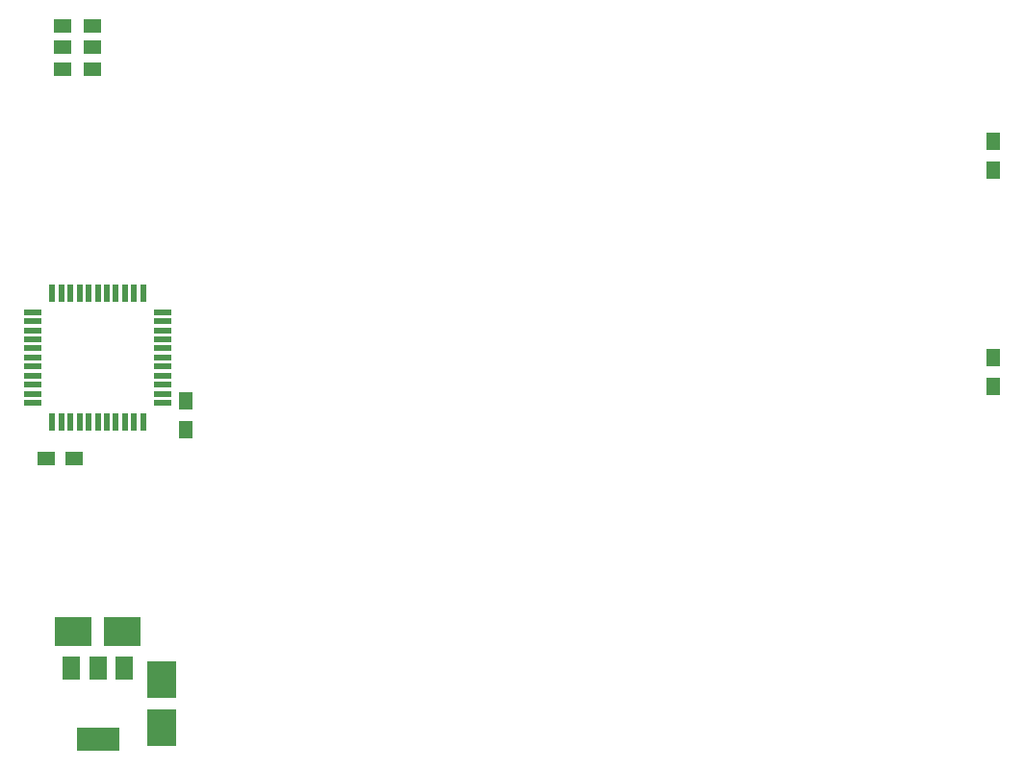
<source format=gtp>
G04 #@! TF.GenerationSoftware,KiCad,Pcbnew,5.1.6+dfsg1-1*
G04 #@! TF.CreationDate,2020-12-28T17:31:15+00:00*
G04 #@! TF.ProjectId,68000 Relocator FLASH Kickstart_Manual Route_DIP_Power Plan Split,36383030-3020-4526-956c-6f6361746f72,v1.0*
G04 #@! TF.SameCoordinates,Original*
G04 #@! TF.FileFunction,Paste,Top*
G04 #@! TF.FilePolarity,Positive*
%FSLAX46Y46*%
G04 Gerber Fmt 4.6, Leading zero omitted, Abs format (unit mm)*
G04 Created by KiCad (PCBNEW 5.1.6+dfsg1-1) date 2020-12-28 17:31:15*
%MOMM*%
%LPD*%
G01*
G04 APERTURE LIST*
%ADD10R,3.200000X2.500000*%
%ADD11R,2.500000X3.200000*%
%ADD12R,1.250000X1.500000*%
%ADD13R,1.500000X1.250000*%
%ADD14R,1.500000X1.300000*%
%ADD15R,0.550000X1.500000*%
%ADD16R,1.500000X0.550000*%
%ADD17R,3.800000X2.000000*%
%ADD18R,1.500000X2.000000*%
G04 APERTURE END LIST*
D10*
X114191000Y-138684000D03*
X118491000Y-138684000D03*
D11*
X121920000Y-147184000D03*
X121920000Y-142884000D03*
D12*
X124079000Y-118384000D03*
X124079000Y-120884000D03*
D13*
X114280000Y-123444000D03*
X111780000Y-123444000D03*
D12*
X195072000Y-95524000D03*
X195072000Y-98024000D03*
X195072000Y-114574000D03*
X195072000Y-117074000D03*
D14*
X113204000Y-89154000D03*
X115904000Y-89154000D03*
X113204000Y-85344000D03*
X115904000Y-85344000D03*
X113204000Y-87249000D03*
X115904000Y-87249000D03*
D15*
X120332000Y-108854000D03*
X119532000Y-108854000D03*
X118732000Y-108854000D03*
X117932000Y-108854000D03*
X117132000Y-108854000D03*
X116332000Y-108854000D03*
X115532000Y-108854000D03*
X114732000Y-108854000D03*
X113932000Y-108854000D03*
X113132000Y-108854000D03*
X112332000Y-108854000D03*
D16*
X110632000Y-110554000D03*
X110632000Y-111354000D03*
X110632000Y-112154000D03*
X110632000Y-112954000D03*
X110632000Y-113754000D03*
X110632000Y-114554000D03*
X110632000Y-115354000D03*
X110632000Y-116154000D03*
X110632000Y-116954000D03*
X110632000Y-117754000D03*
X110632000Y-118554000D03*
D15*
X112332000Y-120254000D03*
X113132000Y-120254000D03*
X113932000Y-120254000D03*
X114732000Y-120254000D03*
X115532000Y-120254000D03*
X116332000Y-120254000D03*
X117132000Y-120254000D03*
X117932000Y-120254000D03*
X118732000Y-120254000D03*
X119532000Y-120254000D03*
X120332000Y-120254000D03*
D16*
X122032000Y-118554000D03*
X122032000Y-117754000D03*
X122032000Y-116954000D03*
X122032000Y-116154000D03*
X122032000Y-115354000D03*
X122032000Y-114554000D03*
X122032000Y-113754000D03*
X122032000Y-112954000D03*
X122032000Y-112154000D03*
X122032000Y-111354000D03*
X122032000Y-110554000D03*
D17*
X116332000Y-148184000D03*
D18*
X116332000Y-141884000D03*
X114032000Y-141884000D03*
X118632000Y-141884000D03*
M02*

</source>
